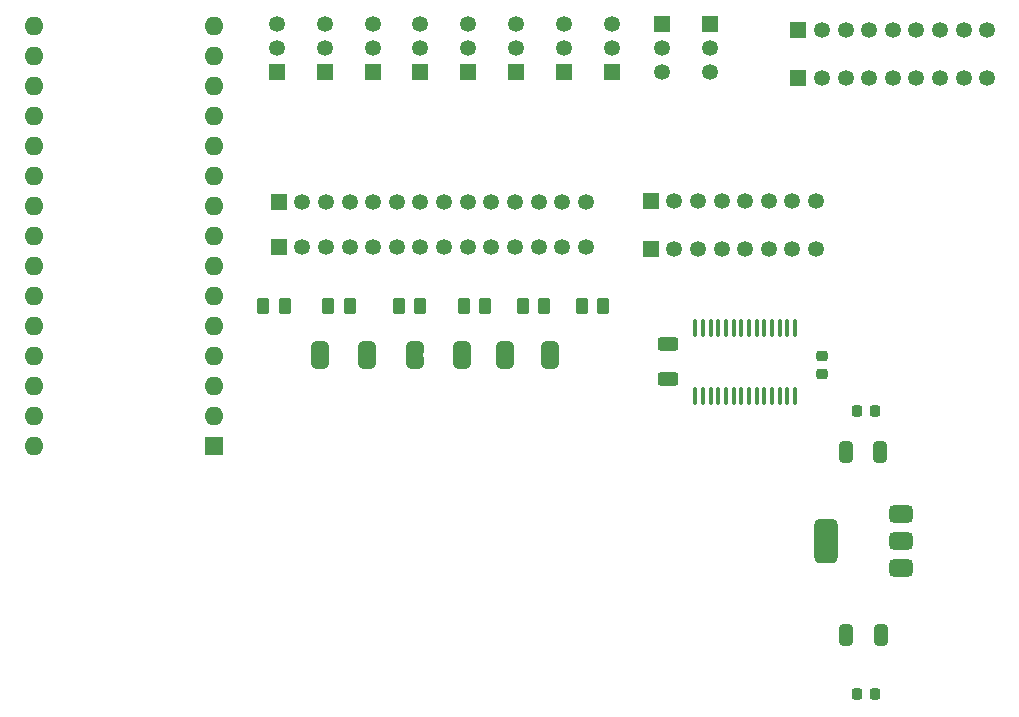
<source format=gbr>
%TF.GenerationSoftware,KiCad,Pcbnew,9.0.3*%
%TF.CreationDate,2025-07-24T22:11:21+07:00*%
%TF.ProjectId,flying thing that crashes,666c7969-6e67-4207-9468-696e67207468,rev?*%
%TF.SameCoordinates,Original*%
%TF.FileFunction,Soldermask,Bot*%
%TF.FilePolarity,Negative*%
%FSLAX45Y45*%
G04 Gerber Fmt 4.5, Leading zero omitted, Abs format (unit mm)*
G04 Created by KiCad (PCBNEW 9.0.3) date 2025-07-24 22:11:21*
%MOMM*%
%LPD*%
G01*
G04 APERTURE LIST*
G04 Aperture macros list*
%AMRoundRect*
0 Rectangle with rounded corners*
0 $1 Rounding radius*
0 $2 $3 $4 $5 $6 $7 $8 $9 X,Y pos of 4 corners*
0 Add a 4 corners polygon primitive as box body*
4,1,4,$2,$3,$4,$5,$6,$7,$8,$9,$2,$3,0*
0 Add four circle primitives for the rounded corners*
1,1,$1+$1,$2,$3*
1,1,$1+$1,$4,$5*
1,1,$1+$1,$6,$7*
1,1,$1+$1,$8,$9*
0 Add four rect primitives between the rounded corners*
20,1,$1+$1,$2,$3,$4,$5,0*
20,1,$1+$1,$4,$5,$6,$7,0*
20,1,$1+$1,$6,$7,$8,$9,0*
20,1,$1+$1,$8,$9,$2,$3,0*%
%AMFreePoly0*
4,1,23,0.500000,-0.750000,0.000000,-0.750000,0.000000,-0.745722,-0.065263,-0.745722,-0.191342,-0.711940,-0.304381,-0.646677,-0.396677,-0.554381,-0.461940,-0.441342,-0.495722,-0.315263,-0.495722,-0.250000,-0.500000,-0.250000,-0.500000,0.250000,-0.495722,0.250000,-0.495722,0.315263,-0.461940,0.441342,-0.396677,0.554381,-0.304381,0.646677,-0.191342,0.711940,-0.065263,0.745722,0.000000,0.745722,
0.000000,0.750000,0.500000,0.750000,0.500000,-0.750000,0.500000,-0.750000,$1*%
%AMFreePoly1*
4,1,23,0.000000,0.745722,0.065263,0.745722,0.191342,0.711940,0.304381,0.646677,0.396677,0.554381,0.461940,0.441342,0.495722,0.315263,0.495722,0.250000,0.500000,0.250000,0.500000,-0.250000,0.495722,-0.250000,0.495722,-0.315263,0.461940,-0.441342,0.396677,-0.554381,0.304381,-0.646677,0.191342,-0.711940,0.065263,-0.745722,0.000000,-0.745722,0.000000,-0.750000,-0.500000,-0.750000,
-0.500000,0.750000,0.000000,0.750000,0.000000,0.745722,0.000000,0.745722,$1*%
G04 Aperture macros list end*
%ADD10R,1.350000X1.350000*%
%ADD11C,1.350000*%
%ADD12R,1.600000X1.600000*%
%ADD13O,1.600000X1.600000*%
%ADD14RoundRect,0.225000X0.250000X-0.225000X0.250000X0.225000X-0.250000X0.225000X-0.250000X-0.225000X0*%
%ADD15RoundRect,0.250000X0.262500X0.450000X-0.262500X0.450000X-0.262500X-0.450000X0.262500X-0.450000X0*%
%ADD16RoundRect,0.250000X0.325000X0.650000X-0.325000X0.650000X-0.325000X-0.650000X0.325000X-0.650000X0*%
%ADD17FreePoly0,90.000000*%
%ADD18FreePoly1,90.000000*%
%ADD19RoundRect,0.225000X0.225000X0.250000X-0.225000X0.250000X-0.225000X-0.250000X0.225000X-0.250000X0*%
%ADD20RoundRect,0.250000X0.625000X-0.312500X0.625000X0.312500X-0.625000X0.312500X-0.625000X-0.312500X0*%
%ADD21RoundRect,0.100000X0.100000X-0.637500X0.100000X0.637500X-0.100000X0.637500X-0.100000X-0.637500X0*%
%ADD22RoundRect,0.375000X0.625000X0.375000X-0.625000X0.375000X-0.625000X-0.375000X0.625000X-0.375000X0*%
%ADD23RoundRect,0.500000X0.500000X1.400000X-0.500000X1.400000X-0.500000X-1.400000X0.500000X-1.400000X0*%
G04 APERTURE END LIST*
%TO.C,JP5*%
G36*
X4575000Y-4911000D02*
G01*
X4425000Y-4911000D01*
X4425000Y-4881000D01*
X4575000Y-4881000D01*
X4575000Y-4911000D01*
G37*
%TO.C,JP3*%
G36*
X5375000Y-4911000D02*
G01*
X5225000Y-4911000D01*
X5225000Y-4881000D01*
X5375000Y-4881000D01*
X5375000Y-4911000D01*
G37*
%TO.C,JP4*%
G36*
X4975000Y-4911000D02*
G01*
X4825000Y-4911000D01*
X4825000Y-4881000D01*
X4975000Y-4881000D01*
X4975000Y-4911000D01*
G37*
%TO.C,JP6*%
G36*
X4175000Y-4911000D02*
G01*
X4025000Y-4911000D01*
X4025000Y-4881000D01*
X4175000Y-4881000D01*
X4175000Y-4911000D01*
G37*
%TO.C,JP2*%
G36*
X5740000Y-4911000D02*
G01*
X5590000Y-4911000D01*
X5590000Y-4881000D01*
X5740000Y-4881000D01*
X5740000Y-4911000D01*
G37*
%TO.C,JP1*%
G36*
X6125000Y-4911000D02*
G01*
X5975000Y-4911000D01*
X5975000Y-4881000D01*
X6125000Y-4881000D01*
X6125000Y-4911000D01*
G37*
%TD*%
D10*
%TO.C,M5*%
X4950000Y-2496000D03*
D11*
X4950000Y-2296000D03*
X4950000Y-2096000D03*
%TD*%
D10*
%TO.C,J1*%
X6995000Y-2096000D03*
D11*
X6995000Y-2296000D03*
X6995000Y-2496000D03*
%TD*%
D10*
%TO.C,J2*%
X7400000Y-2096000D03*
D11*
X7400000Y-2296000D03*
X7400000Y-2496000D03*
%TD*%
D10*
%TO.C,M3*%
X5760000Y-2496000D03*
D11*
X5760000Y-2296000D03*
X5760000Y-2096000D03*
%TD*%
D10*
%TO.C,M6*%
X4545000Y-2496000D03*
D11*
X4545000Y-2296000D03*
X4545000Y-2096000D03*
%TD*%
D10*
%TO.C,J7*%
X3750000Y-3981000D03*
D11*
X3950000Y-3981000D03*
X4150000Y-3981000D03*
X4350000Y-3981000D03*
X4550000Y-3981000D03*
X4750000Y-3981000D03*
X4950000Y-3981000D03*
X5150000Y-3981000D03*
X5350000Y-3981000D03*
X5550000Y-3981000D03*
X5750000Y-3981000D03*
X5950000Y-3981000D03*
X6150000Y-3981000D03*
X6350000Y-3981000D03*
%TD*%
D10*
%TO.C,M1*%
X6570000Y-2496000D03*
D11*
X6570000Y-2296000D03*
X6570000Y-2096000D03*
%TD*%
D12*
%TO.C,A1*%
X3200000Y-5666000D03*
D13*
X3200000Y-5412000D03*
X3200000Y-5158000D03*
X3200000Y-4904000D03*
X3200000Y-4650000D03*
X3200000Y-4396000D03*
X3200000Y-4142000D03*
X3200000Y-3888000D03*
X3200000Y-3634000D03*
X3200000Y-3380000D03*
X3200000Y-3126000D03*
X3200000Y-2872000D03*
X3200000Y-2618000D03*
X3200000Y-2364000D03*
X3200000Y-2110000D03*
X1676000Y-2110000D03*
X1676000Y-2364000D03*
X1676000Y-2618000D03*
X1676000Y-2872000D03*
X1676000Y-3126000D03*
X1676000Y-3380000D03*
X1676000Y-3634000D03*
X1676000Y-3888000D03*
X1676000Y-4142000D03*
X1676000Y-4396000D03*
X1676000Y-4650000D03*
X1676000Y-4904000D03*
X1676000Y-5158000D03*
X1676000Y-5412000D03*
X1676000Y-5666000D03*
%TD*%
D10*
%TO.C,M7*%
X4140000Y-2496000D03*
D11*
X4140000Y-2296000D03*
X4140000Y-2096000D03*
%TD*%
D10*
%TO.C,J8*%
X3750000Y-3596000D03*
D11*
X3950000Y-3596000D03*
X4150000Y-3596000D03*
X4350000Y-3596000D03*
X4550000Y-3596000D03*
X4750000Y-3596000D03*
X4950000Y-3596000D03*
X5150000Y-3596000D03*
X5350000Y-3596000D03*
X5550000Y-3596000D03*
X5750000Y-3596000D03*
X5950000Y-3596000D03*
X6150000Y-3596000D03*
X6350000Y-3596000D03*
%TD*%
D10*
%TO.C,J5*%
X6900000Y-4000000D03*
D11*
X7100000Y-4000000D03*
X7300000Y-4000000D03*
X7500000Y-4000000D03*
X7700000Y-4000000D03*
X7900000Y-4000000D03*
X8100000Y-4000000D03*
X8300000Y-4000000D03*
%TD*%
D10*
%TO.C,M8*%
X3735000Y-2496000D03*
D11*
X3735000Y-2296000D03*
X3735000Y-2096000D03*
%TD*%
D10*
%TO.C,J4*%
X8150000Y-2141000D03*
D11*
X8350000Y-2141000D03*
X8550000Y-2141000D03*
X8750000Y-2141000D03*
X8950000Y-2141000D03*
X9150000Y-2141000D03*
X9350000Y-2141000D03*
X9550000Y-2141000D03*
X9750000Y-2141000D03*
%TD*%
D10*
%TO.C,M2*%
X6165000Y-2496000D03*
D11*
X6165000Y-2296000D03*
X6165000Y-2096000D03*
%TD*%
D10*
%TO.C,J6*%
X6900000Y-3595000D03*
D11*
X7100000Y-3595000D03*
X7300000Y-3595000D03*
X7500000Y-3595000D03*
X7700000Y-3595000D03*
X7900000Y-3595000D03*
X8100000Y-3595000D03*
X8300000Y-3595000D03*
%TD*%
D10*
%TO.C,J3*%
X8150000Y-2546000D03*
D11*
X8350000Y-2546000D03*
X8550000Y-2546000D03*
X8750000Y-2546000D03*
X8950000Y-2546000D03*
X9150000Y-2546000D03*
X9350000Y-2546000D03*
X9550000Y-2546000D03*
X9750000Y-2546000D03*
%TD*%
D10*
%TO.C,M4*%
X5355000Y-2496000D03*
D11*
X5355000Y-2296000D03*
X5355000Y-2096000D03*
%TD*%
D14*
%TO.C,C1*%
X8350000Y-5057500D03*
X8350000Y-4902500D03*
%TD*%
D15*
%TO.C,R22*%
X6000000Y-4481000D03*
X5817500Y-4481000D03*
%TD*%
D16*
%TO.C,C5*%
X8850000Y-7267500D03*
X8555000Y-7267500D03*
%TD*%
D17*
%TO.C,JP5*%
X4500000Y-4961000D03*
D18*
X4500000Y-4831000D03*
%TD*%
D19*
%TO.C,C4*%
X8800000Y-7767500D03*
X8645000Y-7767500D03*
%TD*%
D20*
%TO.C,R1*%
X7050000Y-5095000D03*
X7050000Y-4802500D03*
%TD*%
D17*
%TO.C,JP3*%
X5300000Y-4961000D03*
D18*
X5300000Y-4831000D03*
%TD*%
D17*
%TO.C,JP4*%
X4900000Y-4961000D03*
D18*
X4900000Y-4831000D03*
%TD*%
D17*
%TO.C,JP6*%
X4100000Y-4961000D03*
D18*
X4100000Y-4831000D03*
%TD*%
D16*
%TO.C,C3*%
X8845000Y-5717500D03*
X8550000Y-5717500D03*
%TD*%
D15*
%TO.C,R25*%
X4350000Y-4481000D03*
X4167500Y-4481000D03*
%TD*%
D17*
%TO.C,JP2*%
X5665000Y-4961000D03*
D18*
X5665000Y-4831000D03*
%TD*%
D21*
%TO.C,U1*%
X8122500Y-5238750D03*
X8057500Y-5238750D03*
X7992500Y-5238750D03*
X7927500Y-5238750D03*
X7862500Y-5238750D03*
X7797500Y-5238750D03*
X7732500Y-5238750D03*
X7667500Y-5238750D03*
X7602500Y-5238750D03*
X7537500Y-5238750D03*
X7472500Y-5238750D03*
X7407500Y-5238750D03*
X7342500Y-5238750D03*
X7277500Y-5238750D03*
X7277500Y-4666250D03*
X7342500Y-4666250D03*
X7407500Y-4666250D03*
X7472500Y-4666250D03*
X7537500Y-4666250D03*
X7602500Y-4666250D03*
X7667500Y-4666250D03*
X7732500Y-4666250D03*
X7797500Y-4666250D03*
X7862500Y-4666250D03*
X7927500Y-4666250D03*
X7992500Y-4666250D03*
X8057500Y-4666250D03*
X8122500Y-4666250D03*
%TD*%
D19*
%TO.C,C2*%
X8800000Y-5367500D03*
X8645000Y-5367500D03*
%TD*%
D22*
%TO.C,U4*%
X9015000Y-6237500D03*
X9015000Y-6467500D03*
D23*
X8385000Y-6467500D03*
D22*
X9015000Y-6697500D03*
%TD*%
D15*
%TO.C,R26*%
X3800000Y-4481000D03*
X3617500Y-4481000D03*
%TD*%
%TO.C,R24*%
X4950000Y-4481000D03*
X4767500Y-4481000D03*
%TD*%
%TO.C,R21*%
X6500000Y-4481000D03*
X6317500Y-4481000D03*
%TD*%
%TO.C,R23*%
X5500000Y-4481000D03*
X5317500Y-4481000D03*
%TD*%
D17*
%TO.C,JP1*%
X6050000Y-4961000D03*
D18*
X6050000Y-4831000D03*
%TD*%
M02*

</source>
